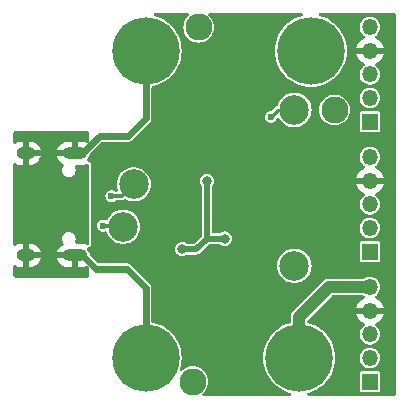
<source format=gbr>
%TF.GenerationSoftware,KiCad,Pcbnew,7.0.10*%
%TF.CreationDate,2024-02-15T00:45:20-05:00*%
%TF.ProjectId,USB-C-3-way-splitter,5553422d-432d-4332-9d77-61792d73706c,rev?*%
%TF.SameCoordinates,Original*%
%TF.FileFunction,Copper,L2,Bot*%
%TF.FilePolarity,Positive*%
%FSLAX46Y46*%
G04 Gerber Fmt 4.6, Leading zero omitted, Abs format (unit mm)*
G04 Created by KiCad (PCBNEW 7.0.10) date 2024-02-15 00:45:20*
%MOMM*%
%LPD*%
G01*
G04 APERTURE LIST*
%TA.AperFunction,SMDPad,CuDef*%
%ADD10C,2.500000*%
%TD*%
%TA.AperFunction,WasherPad*%
%ADD11C,2.286000*%
%TD*%
%TA.AperFunction,ComponentPad*%
%ADD12R,1.350000X1.350000*%
%TD*%
%TA.AperFunction,ComponentPad*%
%ADD13O,1.350000X1.350000*%
%TD*%
%TA.AperFunction,ComponentPad*%
%ADD14C,5.700000*%
%TD*%
%TA.AperFunction,ComponentPad*%
%ADD15O,2.100000X1.000000*%
%TD*%
%TA.AperFunction,ComponentPad*%
%ADD16O,1.600000X1.000000*%
%TD*%
%TA.AperFunction,ViaPad*%
%ADD17C,0.600000*%
%TD*%
%TA.AperFunction,ViaPad*%
%ADD18C,0.800000*%
%TD*%
%TA.AperFunction,Conductor*%
%ADD19C,0.250000*%
%TD*%
%TA.AperFunction,Conductor*%
%ADD20C,0.300000*%
%TD*%
%TA.AperFunction,Conductor*%
%ADD21C,0.500000*%
%TD*%
%TA.AperFunction,Conductor*%
%ADD22C,0.600000*%
%TD*%
%TA.AperFunction,Conductor*%
%ADD23C,1.000000*%
%TD*%
G04 APERTURE END LIST*
D10*
%TO.P,TP4,1,1*%
%TO.N,+1V2*%
X22600000Y-5200000D03*
%TD*%
%TO.P,TP3,1,1*%
%TO.N,EN*%
X22600000Y8000000D03*
%TD*%
%TO.P,TP2,1,1*%
%TO.N,CC2*%
X8100000Y-1900000D03*
%TD*%
%TO.P,TP1,1,1*%
%TO.N,CC1*%
X9000000Y1700000D03*
%TD*%
D11*
%TO.P,H7,*%
%TO.N,*%
X26000000Y8000000D03*
%TD*%
%TO.P,H6,*%
%TO.N,*%
X14000000Y-15000000D03*
%TD*%
%TO.P,H5,*%
%TO.N,*%
X14500000Y15000000D03*
%TD*%
D12*
%TO.P,J2,1,Pin_1*%
%TO.N,+5V*%
X29000000Y-15000000D03*
D13*
%TO.P,J2,2,Pin_2*%
%TO.N,Net-(J2-Pin_2)*%
X29000000Y-13000000D03*
%TO.P,J2,3,Pin_3*%
X29000000Y-11000000D03*
%TO.P,J2,4,Pin_4*%
%TO.N,GND*%
X29000000Y-9000000D03*
%TO.P,J2,5,Pin_5*%
%TO.N,GNDPWR*%
X29000000Y-7000000D03*
%TD*%
D12*
%TO.P,J4,1,Pin_1*%
%TO.N,+5V*%
X29000000Y7000000D03*
D13*
%TO.P,J4,2,Pin_2*%
%TO.N,Net-(J4-Pin_2)*%
X29000000Y9000000D03*
%TO.P,J4,3,Pin_3*%
X29000000Y11000000D03*
%TO.P,J4,4,Pin_4*%
%TO.N,GND*%
X29000000Y13000000D03*
%TO.P,J4,5,Pin_5*%
%TO.N,GNDPWR*%
X29000000Y15000000D03*
%TD*%
D14*
%TO.P,H3,1,1*%
%TO.N,GNDPWR*%
X10000000Y-13000000D03*
%TD*%
%TO.P,H2,1,1*%
%TO.N,GNDPWR*%
X24000000Y13000000D03*
%TD*%
D12*
%TO.P,J3,1,Pin_1*%
%TO.N,+5V*%
X29000000Y-4000000D03*
D13*
%TO.P,J3,2,Pin_2*%
%TO.N,Net-(J3-Pin_2)*%
X29000000Y-2000000D03*
%TO.P,J3,3,Pin_3*%
X29000000Y0D03*
%TO.P,J3,4,Pin_4*%
%TO.N,GND*%
X29000000Y2000000D03*
%TO.P,J3,5,Pin_5*%
%TO.N,GNDPWR*%
X29000000Y4000000D03*
%TD*%
D14*
%TO.P,H1,1,1*%
%TO.N,GNDPWR*%
X10000000Y13000000D03*
%TD*%
D15*
%TO.P,J1,S1,SHIELD*%
%TO.N,GNDPWR*%
X4030000Y4320000D03*
D16*
X-150000Y4320000D03*
D15*
X4030000Y-4320000D03*
D16*
X-150000Y-4320000D03*
%TD*%
D14*
%TO.P,H4,1,1*%
%TO.N,GNDPWR*%
X23000000Y-13000000D03*
%TD*%
D17*
%TO.N,+1V2*%
X22200000Y-6000000D03*
%TO.N,EN*%
X20600000Y7400000D03*
%TO.N,CC2*%
X6400000Y-1800000D03*
%TO.N,CC1*%
X7100000Y700000D03*
D18*
%TO.N,GND*%
X13500000Y-7000000D03*
X14500000Y7500000D03*
X6500000Y-4500000D03*
X6500000Y3500000D03*
X17000000Y7000000D03*
X18000000Y7000000D03*
X6500000Y4500000D03*
X17000000Y-11000000D03*
X23000000Y-1000000D03*
X6500000Y-3500000D03*
X19000000Y-8500000D03*
X9500000Y4500000D03*
X10000000Y-3000000D03*
%TO.N,VBUS*%
X15200000Y2000000D03*
X16700000Y-2900000D03*
X13100000Y-3800000D03*
%TD*%
D19*
%TO.N,EN*%
X21200000Y8000000D02*
X20600000Y7400000D01*
X22600000Y8000000D02*
X21200000Y8000000D01*
D20*
%TO.N,CC2*%
X8000000Y-1800000D02*
X8100000Y-1900000D01*
X6400000Y-1800000D02*
X8000000Y-1800000D01*
%TO.N,CC1*%
X7100000Y700000D02*
X8000000Y700000D01*
X8000000Y700000D02*
X9000000Y1700000D01*
D21*
%TO.N,VBUS*%
X13100000Y-3800000D02*
X14300000Y-3800000D01*
X16700000Y-2900000D02*
X15200000Y-2900000D01*
X14300000Y-3800000D02*
X15200000Y-2900000D01*
X15200000Y-2900000D02*
X15200000Y2000000D01*
D22*
%TO.N,GNDPWR*%
X8400000Y-5500000D02*
X10000000Y-7100000D01*
X10000000Y13000000D02*
X10000000Y7300000D01*
X5800000Y-5500000D02*
X8400000Y-5500000D01*
X4620000Y4320000D02*
X4030000Y4320000D01*
X6100000Y5800000D02*
X4620000Y4320000D01*
X8500000Y5800000D02*
X6100000Y5800000D01*
X10000000Y-7100000D02*
X10000000Y-13000000D01*
D23*
X25500000Y-7000000D02*
X23000000Y-9500000D01*
X29000000Y-7000000D02*
X25500000Y-7000000D01*
D22*
X10000000Y7300000D02*
X8500000Y5800000D01*
X4030000Y-4320000D02*
X4620000Y-4320000D01*
D23*
X23000000Y-9500000D02*
X23000000Y-13000000D01*
D22*
X4620000Y-4320000D02*
X5800000Y-5500000D01*
%TD*%
%TA.AperFunction,Conductor*%
%TO.N,GND*%
G36*
X6000000Y-1497339D02*
G01*
X5974623Y-1526626D01*
X5974622Y-1526628D01*
X5914834Y-1657543D01*
X5894353Y-1800000D01*
X5914834Y-1942456D01*
X5974622Y-2073371D01*
X5974623Y-2073373D01*
X6000000Y-2102659D01*
X6000000Y-4982270D01*
X5991637Y-4979815D01*
X5970995Y-4963181D01*
X5315973Y-4308159D01*
X5282488Y-4246836D01*
X5280557Y-4235419D01*
X5280500Y-4234955D01*
X5280500Y-4234944D01*
X5239790Y-4069775D01*
X5213666Y-4020000D01*
X5160736Y-3919150D01*
X5082437Y-3830769D01*
X5052716Y-3767536D01*
X5061900Y-3698272D01*
X5107072Y-3644969D01*
X5154975Y-3626830D01*
X5154875Y-3626257D01*
X5156734Y-3625930D01*
X5156758Y-3625927D01*
X5181373Y-3620835D01*
X5262085Y-3577825D01*
X5314889Y-3532070D01*
X5332843Y-3514479D01*
X5377490Y-3434662D01*
X5397175Y-3367623D01*
X5405500Y-3309725D01*
X5405500Y3309770D01*
X5405500Y3309776D01*
X5404143Y3324644D01*
X5402108Y3346955D01*
X5393988Y3391089D01*
X5393255Y3394871D01*
X5355538Y3478188D01*
X5355536Y3478190D01*
X5355535Y3478193D01*
X5313300Y3533808D01*
X5313280Y3533833D01*
X5310369Y3537215D01*
X5296884Y3552882D01*
X5220110Y3602581D01*
X5154479Y3626546D01*
X5140764Y3630621D01*
X5082111Y3668586D01*
X5053292Y3732236D01*
X5063461Y3801362D01*
X5083272Y3831711D01*
X5160733Y3919147D01*
X5160735Y3919149D01*
X5239789Y4069773D01*
X5239790Y4069775D01*
X5280500Y4234944D01*
X5280500Y4234955D01*
X5280557Y4235419D01*
X5280697Y4235745D01*
X5282295Y4242227D01*
X5283372Y4241961D01*
X5308176Y4299598D01*
X5315973Y4308159D01*
X6000000Y4992186D01*
X6000000Y-1497339D01*
G37*
%TD.AperFunction*%
%TD*%
%TA.AperFunction,Conductor*%
%TO.N,GNDPWR*%
G36*
X5143039Y6179815D02*
G01*
X5188794Y6127011D01*
X5200000Y6075500D01*
X5200000Y5330274D01*
X5180315Y5263235D01*
X5127511Y5217480D01*
X5058353Y5207536D01*
X5027099Y5216323D01*
X4880905Y5279060D01*
X4681690Y5320000D01*
X4280000Y5320000D01*
X4280000Y4620000D01*
X3780000Y4620000D01*
X3780000Y5320000D01*
X3429287Y5320000D01*
X3277661Y5304581D01*
X3083618Y5243700D01*
X3083608Y5243695D01*
X2905784Y5144994D01*
X2905783Y5144994D01*
X2751469Y5012521D01*
X2751468Y5012520D01*
X2626981Y4851695D01*
X2537411Y4669093D01*
X2511754Y4570000D01*
X3313889Y4570000D01*
X3274390Y4545543D01*
X3206799Y4456038D01*
X3176105Y4348160D01*
X3186454Y4236479D01*
X3236448Y4136078D01*
X3308931Y4070000D01*
X2506634Y4070000D01*
X2506931Y4068053D01*
X2506933Y4068047D01*
X2577562Y3877342D01*
X2577565Y3877335D01*
X2685149Y3704732D01*
X2825264Y3557331D01*
X2825266Y3557330D01*
X2992197Y3441142D01*
X2992201Y3441140D01*
X2996293Y3439384D01*
X3050133Y3394852D01*
X3071349Y3328281D01*
X3053207Y3260808D01*
X3045768Y3249965D01*
X2993808Y3182250D01*
X2993806Y3182246D01*
X2935416Y3041280D01*
X2935415Y3041278D01*
X2915500Y2890001D01*
X2915500Y2889998D01*
X2935415Y2738721D01*
X2935416Y2738719D01*
X2993806Y2597752D01*
X3086696Y2476696D01*
X3207752Y2383806D01*
X3348719Y2325416D01*
X3348721Y2325415D01*
X3462019Y2310500D01*
X3462020Y2310500D01*
X3537981Y2310500D01*
X3651278Y2325415D01*
X3651280Y2325416D01*
X3792247Y2383806D01*
X3792250Y2383808D01*
X3913304Y2476696D01*
X4006192Y2597750D01*
X4064584Y2738720D01*
X4084500Y2890000D01*
X4064584Y3041280D01*
X4020151Y3148548D01*
X4012683Y3218016D01*
X4043958Y3280496D01*
X4104047Y3316148D01*
X4134713Y3320000D01*
X4630713Y3320000D01*
X4782338Y3335418D01*
X4976381Y3396299D01*
X4976393Y3396304D01*
X5015824Y3418190D01*
X5083993Y3433512D01*
X5149624Y3409547D01*
X5191880Y3353904D01*
X5200000Y3309770D01*
X5200000Y-3309725D01*
X5180315Y-3376764D01*
X5127511Y-3422519D01*
X5058353Y-3432463D01*
X5027100Y-3423676D01*
X4880907Y-3360940D01*
X4681690Y-3320000D01*
X4134713Y-3320000D01*
X4067674Y-3300315D01*
X4021919Y-3247511D01*
X4011975Y-3178353D01*
X4020152Y-3148547D01*
X4064584Y-3041280D01*
X4084500Y-2890000D01*
X4064584Y-2738720D01*
X4006192Y-2597750D01*
X3913304Y-2476696D01*
X3792250Y-2383808D01*
X3792249Y-2383807D01*
X3792247Y-2383806D01*
X3651280Y-2325416D01*
X3651278Y-2325415D01*
X3537981Y-2310500D01*
X3537980Y-2310500D01*
X3462020Y-2310500D01*
X3462019Y-2310500D01*
X3348721Y-2325415D01*
X3348719Y-2325416D01*
X3207752Y-2383806D01*
X3086696Y-2476696D01*
X2993806Y-2597752D01*
X2935416Y-2738719D01*
X2935415Y-2738721D01*
X2915500Y-2889998D01*
X2915500Y-2890001D01*
X2935415Y-3041278D01*
X2935416Y-3041280D01*
X2992193Y-3178353D01*
X2993808Y-3182250D01*
X3048265Y-3253219D01*
X3073458Y-3318386D01*
X3059420Y-3386831D01*
X3010606Y-3436821D01*
X3010066Y-3437122D01*
X2905792Y-3494999D01*
X2905783Y-3495005D01*
X2751469Y-3627478D01*
X2751468Y-3627479D01*
X2626981Y-3788304D01*
X2537411Y-3970906D01*
X2511754Y-4070000D01*
X3313889Y-4070000D01*
X3274390Y-4094457D01*
X3206799Y-4183962D01*
X3176105Y-4291840D01*
X3186454Y-4403521D01*
X3236448Y-4503922D01*
X3308931Y-4570000D01*
X2506634Y-4570000D01*
X2506931Y-4571946D01*
X2506933Y-4571952D01*
X2577562Y-4762657D01*
X2577565Y-4762664D01*
X2685149Y-4935267D01*
X2825264Y-5082668D01*
X2825266Y-5082669D01*
X2992195Y-5198856D01*
X3179092Y-5279059D01*
X3378310Y-5320000D01*
X3780000Y-5320000D01*
X3780000Y-4620000D01*
X4280000Y-4620000D01*
X4280000Y-5320000D01*
X4630713Y-5320000D01*
X4782338Y-5304581D01*
X4976381Y-5243700D01*
X4976391Y-5243695D01*
X5015822Y-5221810D01*
X5083991Y-5206487D01*
X5149622Y-5230450D01*
X5191879Y-5286093D01*
X5200000Y-5330229D01*
X5200000Y-6075500D01*
X5180315Y-6142539D01*
X5127511Y-6188294D01*
X5076000Y-6199500D01*
X-990243Y-6199500D01*
X-1009638Y-6197973D01*
X-1025888Y-6195399D01*
X-1042250Y-6192808D01*
X-1079144Y-6180821D01*
X-1099762Y-6170316D01*
X-1131150Y-6147511D01*
X-1147511Y-6131150D01*
X-1170316Y-6099762D01*
X-1180821Y-6079144D01*
X-1192808Y-6042250D01*
X-1197973Y-6009642D01*
X-1199500Y-5990243D01*
X-1199500Y-5254096D01*
X-1179815Y-5187057D01*
X-1127011Y-5141302D01*
X-1057853Y-5131358D01*
X-1004662Y-5152322D01*
X-937805Y-5198855D01*
X-750907Y-5279059D01*
X-551690Y-5320000D01*
X-400000Y-5320000D01*
X-400000Y-4620000D01*
X100000Y-4620000D01*
X100000Y-5320000D01*
X200713Y-5320000D01*
X352338Y-5304581D01*
X546381Y-5243700D01*
X546391Y-5243695D01*
X724215Y-5144994D01*
X724216Y-5144994D01*
X878530Y-5012521D01*
X878531Y-5012520D01*
X1003018Y-4851695D01*
X1092588Y-4669093D01*
X1118246Y-4570000D01*
X316111Y-4570000D01*
X355610Y-4545543D01*
X423201Y-4456038D01*
X453895Y-4348160D01*
X443546Y-4236479D01*
X393552Y-4136078D01*
X321069Y-4070000D01*
X1123366Y-4070000D01*
X1123068Y-4068053D01*
X1123066Y-4068047D01*
X1052437Y-3877342D01*
X1052434Y-3877335D01*
X944850Y-3704732D01*
X804735Y-3557331D01*
X804733Y-3557330D01*
X637804Y-3441143D01*
X450907Y-3360940D01*
X251690Y-3320000D01*
X100000Y-3320000D01*
X100000Y-4020000D01*
X-400000Y-4020000D01*
X-400000Y-3320000D01*
X-500713Y-3320000D01*
X-652338Y-3335418D01*
X-846381Y-3396299D01*
X-846396Y-3396306D01*
X-1015323Y-3490068D01*
X-1083491Y-3505391D01*
X-1149123Y-3481427D01*
X-1191380Y-3425784D01*
X-1199500Y-3381649D01*
X-1199500Y3385903D01*
X-1179815Y3452942D01*
X-1127011Y3498697D01*
X-1057853Y3508641D01*
X-1004663Y3487678D01*
X-937804Y3441143D01*
X-750907Y3360940D01*
X-551690Y3320000D01*
X-400000Y3320000D01*
X-400000Y4020000D01*
X100000Y4020000D01*
X100000Y3320000D01*
X200713Y3320000D01*
X352338Y3335418D01*
X546381Y3396299D01*
X546391Y3396304D01*
X724215Y3495005D01*
X724216Y3495005D01*
X878530Y3627478D01*
X878531Y3627479D01*
X1003018Y3788304D01*
X1092588Y3970906D01*
X1118246Y4070000D01*
X316111Y4070000D01*
X355610Y4094457D01*
X423201Y4183962D01*
X453895Y4291840D01*
X443546Y4403521D01*
X393552Y4503922D01*
X321069Y4570000D01*
X1123366Y4570000D01*
X1123068Y4571946D01*
X1123066Y4571952D01*
X1052437Y4762657D01*
X1052434Y4762664D01*
X944850Y4935267D01*
X804735Y5082668D01*
X804733Y5082669D01*
X637804Y5198856D01*
X450907Y5279059D01*
X251690Y5320000D01*
X100000Y5320000D01*
X100000Y4620000D01*
X-400000Y4620000D01*
X-400000Y5320000D01*
X-500713Y5320000D01*
X-652338Y5304581D01*
X-846381Y5243700D01*
X-846391Y5243695D01*
X-1015322Y5149931D01*
X-1083491Y5134608D01*
X-1149122Y5158572D01*
X-1191379Y5214214D01*
X-1199500Y5258350D01*
X-1199500Y5990244D01*
X-1197973Y6009643D01*
X-1192808Y6042251D01*
X-1180820Y6079147D01*
X-1170315Y6099764D01*
X-1147511Y6131150D01*
X-1131150Y6147511D01*
X-1099762Y6170316D01*
X-1079144Y6180821D01*
X-1042250Y6192808D01*
X-1025888Y6195399D01*
X-1009638Y6197973D01*
X-990243Y6199500D01*
X5076000Y6199500D01*
X5143039Y6179815D01*
G37*
%TD.AperFunction*%
%TD*%
%TA.AperFunction,Conductor*%
%TO.N,GND*%
G36*
X13634498Y16179815D02*
G01*
X13680253Y16127011D01*
X13690197Y16057853D01*
X13661172Y15994297D01*
X13655140Y15987819D01*
X13503492Y15836171D01*
X13503487Y15836165D01*
X13373433Y15650429D01*
X13373431Y15650425D01*
X13277601Y15444917D01*
X13277600Y15444913D01*
X13277598Y15444909D01*
X13218914Y15225895D01*
X13218912Y15225885D01*
X13199150Y15000000D01*
X13199150Y14999999D01*
X13218912Y14774114D01*
X13218914Y14774104D01*
X13277598Y14555090D01*
X13277602Y14555081D01*
X13373431Y14349574D01*
X13373433Y14349570D01*
X13503487Y14163834D01*
X13503492Y14163828D01*
X13663828Y14003492D01*
X13663834Y14003487D01*
X13849570Y13873433D01*
X13849574Y13873431D01*
X14055081Y13777602D01*
X14055090Y13777598D01*
X14274104Y13718914D01*
X14274114Y13718912D01*
X14499999Y13699150D01*
X14500000Y13699150D01*
X14500001Y13699150D01*
X14725885Y13718912D01*
X14725895Y13718914D01*
X14944909Y13777598D01*
X14944913Y13777600D01*
X14944917Y13777601D01*
X15150425Y13873431D01*
X15150429Y13873433D01*
X15336165Y14003487D01*
X15336171Y14003492D01*
X15496507Y14163828D01*
X15496512Y14163834D01*
X15626566Y14349570D01*
X15626568Y14349574D01*
X15626569Y14349575D01*
X15722399Y14555083D01*
X15781087Y14774110D01*
X15800850Y15000000D01*
X15781087Y15225890D01*
X15722399Y15444917D01*
X15626569Y15650425D01*
X15496509Y15836170D01*
X15344860Y15987819D01*
X15311375Y16049142D01*
X15316359Y16118834D01*
X15358231Y16174767D01*
X15423695Y16199184D01*
X15432541Y16199500D01*
X23208196Y16199500D01*
X23275235Y16179815D01*
X23320990Y16127011D01*
X23330934Y16057853D01*
X23301909Y15994297D01*
X23243131Y15956523D01*
X23242530Y15956347D01*
X22990896Y15883853D01*
X22674352Y15752736D01*
X22374479Y15587002D01*
X22174230Y15444918D01*
X22095040Y15388730D01*
X21839573Y15160429D01*
X21839570Y15160426D01*
X21611269Y14904959D01*
X21548836Y14816967D01*
X21412998Y14625521D01*
X21247264Y14325648D01*
X21116147Y14009104D01*
X21116146Y14009101D01*
X21116146Y14009100D01*
X21021297Y13679875D01*
X21021295Y13679866D01*
X20963905Y13342093D01*
X20963903Y13342081D01*
X20944693Y13000000D01*
X20963903Y12657918D01*
X20963905Y12657906D01*
X21021295Y12320133D01*
X21021297Y12320124D01*
X21054460Y12205014D01*
X21116147Y11990896D01*
X21136758Y11941137D01*
X21247263Y11674353D01*
X21412998Y11374478D01*
X21611269Y11095040D01*
X21839570Y10839573D01*
X21839573Y10839570D01*
X22095040Y10611269D01*
X22374478Y10412998D01*
X22674353Y10247263D01*
X22878350Y10162765D01*
X22990896Y10116147D01*
X22990897Y10116146D01*
X22990899Y10116146D01*
X23320124Y10021297D01*
X23320133Y10021295D01*
X23657906Y9963905D01*
X23657918Y9963903D01*
X24000000Y9944693D01*
X24342081Y9963903D01*
X24342093Y9963905D01*
X24679866Y10021295D01*
X24679875Y10021297D01*
X24924479Y10091766D01*
X25009104Y10116147D01*
X25325648Y10247264D01*
X25625521Y10412998D01*
X25904953Y10611265D01*
X25904959Y10611269D01*
X26160426Y10839570D01*
X26160429Y10839573D01*
X26388730Y11095040D01*
X26451161Y11183029D01*
X26587002Y11374479D01*
X26752736Y11674352D01*
X26883853Y11990896D01*
X26978704Y12320130D01*
X27036096Y12657914D01*
X27055307Y13000000D01*
X27041267Y13250000D01*
X27849494Y13250000D01*
X28684314Y13250000D01*
X28672359Y13238045D01*
X28614835Y13125148D01*
X28595014Y13000000D01*
X28614835Y12874852D01*
X28672359Y12761955D01*
X28684314Y12750000D01*
X27849495Y12750000D01*
X27899651Y12573719D01*
X27996715Y12378791D01*
X28127945Y12205014D01*
X28288868Y12058314D01*
X28474012Y11943677D01*
X28474020Y11943673D01*
X28480568Y11941137D01*
X28535968Y11898562D01*
X28559556Y11832795D01*
X28543843Y11764715D01*
X28508655Y11725194D01*
X28438677Y11674352D01*
X28410950Y11654207D01*
X28287805Y11517440D01*
X28287804Y11517438D01*
X28195786Y11358059D01*
X28195783Y11358053D01*
X28140250Y11187137D01*
X28138915Y11183029D01*
X28119678Y11000000D01*
X28138915Y10816971D01*
X28138915Y10816968D01*
X28138916Y10816967D01*
X28195783Y10641946D01*
X28195786Y10641940D01*
X28287804Y10482561D01*
X28410949Y10345793D01*
X28410951Y10345791D01*
X28559834Y10237621D01*
X28559839Y10237619D01*
X28727961Y10162765D01*
X28727966Y10162763D01*
X28907981Y10124500D01*
X29092019Y10124500D01*
X29272033Y10162763D01*
X29272038Y10162765D01*
X29379112Y10210438D01*
X29440161Y10237619D01*
X29440162Y10237619D01*
X29440165Y10237621D01*
X29589048Y10345791D01*
X29589050Y10345793D01*
X29649561Y10412998D01*
X29712195Y10482560D01*
X29804214Y10641941D01*
X29861085Y10816971D01*
X29880322Y11000000D01*
X29861085Y11183029D01*
X29804214Y11358059D01*
X29712195Y11517440D01*
X29589050Y11654207D01*
X29491343Y11725194D01*
X29448678Y11780523D01*
X29442699Y11850137D01*
X29475304Y11911932D01*
X29519434Y11941138D01*
X29525979Y11943673D01*
X29525987Y11943677D01*
X29711130Y12058314D01*
X29711131Y12058314D01*
X29872054Y12205014D01*
X30003284Y12378791D01*
X30100348Y12573719D01*
X30150505Y12750000D01*
X29315686Y12750000D01*
X29327641Y12761955D01*
X29385165Y12874852D01*
X29404986Y13000000D01*
X29385165Y13125148D01*
X29327641Y13238045D01*
X29315686Y13250000D01*
X30150505Y13250000D01*
X30100348Y13426280D01*
X30003284Y13621208D01*
X29872054Y13794985D01*
X29711131Y13941685D01*
X29525987Y14056322D01*
X29519443Y14058857D01*
X29464038Y14101426D01*
X29440444Y14167192D01*
X29456150Y14235273D01*
X29491343Y14274805D01*
X29561320Y14325646D01*
X29589050Y14345793D01*
X29712195Y14482560D01*
X29804214Y14641941D01*
X29861085Y14816971D01*
X29880322Y15000000D01*
X29861085Y15183029D01*
X29804214Y15358059D01*
X29712195Y15517440D01*
X29589050Y15654207D01*
X29440161Y15762381D01*
X29272034Y15837236D01*
X29092019Y15875500D01*
X28907981Y15875500D01*
X28727966Y15837236D01*
X28727961Y15837234D01*
X28725560Y15836165D01*
X28559839Y15762381D01*
X28559835Y15762378D01*
X28559834Y15762378D01*
X28410951Y15654208D01*
X28410950Y15654207D01*
X28287805Y15517440D01*
X28287804Y15517438D01*
X28195786Y15358059D01*
X28195783Y15358053D01*
X28152843Y15225895D01*
X28138915Y15183029D01*
X28119678Y15000000D01*
X28138915Y14816971D01*
X28138915Y14816968D01*
X28138916Y14816967D01*
X28195783Y14641946D01*
X28195786Y14641940D01*
X28287804Y14482561D01*
X28410948Y14345794D01*
X28508656Y14274805D01*
X28551321Y14219474D01*
X28557300Y14149861D01*
X28524694Y14088066D01*
X28480559Y14058859D01*
X28474020Y14056326D01*
X28474012Y14056322D01*
X28288869Y13941685D01*
X28288868Y13941685D01*
X28127945Y13794985D01*
X27996715Y13621208D01*
X27899651Y13426280D01*
X27849494Y13250000D01*
X27041267Y13250000D01*
X27036096Y13342086D01*
X26978704Y13679870D01*
X26883853Y14009104D01*
X26752736Y14325648D01*
X26587002Y14625521D01*
X26388735Y14904953D01*
X26160428Y15160428D01*
X25939286Y15358053D01*
X25904959Y15388730D01*
X25904957Y15388731D01*
X25904953Y15388735D01*
X25625521Y15587002D01*
X25325648Y15752736D01*
X25009104Y15883853D01*
X24757475Y15956346D01*
X24698506Y15993820D01*
X24669158Y16057227D01*
X24678748Y16126436D01*
X24724233Y16179472D01*
X24791172Y16199498D01*
X24791804Y16199500D01*
X30952405Y16199500D01*
X30990244Y16199500D01*
X31009638Y16197973D01*
X31029663Y16194801D01*
X31042251Y16192808D01*
X31079146Y16180820D01*
X31099765Y16170314D01*
X31131151Y16147510D01*
X31147510Y16131151D01*
X31170314Y16099765D01*
X31180820Y16079146D01*
X31192808Y16042251D01*
X31197973Y16009644D01*
X31199500Y15990244D01*
X31199500Y-15990244D01*
X31197973Y-16009644D01*
X31192808Y-16042251D01*
X31180820Y-16079146D01*
X31170314Y-16099765D01*
X31147510Y-16131151D01*
X31131151Y-16147510D01*
X31099765Y-16170314D01*
X31079146Y-16180820D01*
X31042251Y-16192808D01*
X31029663Y-16194801D01*
X31009638Y-16197973D01*
X30990244Y-16199500D01*
X23791804Y-16199500D01*
X23724765Y-16179815D01*
X23679010Y-16127011D01*
X23669066Y-16057853D01*
X23698091Y-15994297D01*
X23756869Y-15956523D01*
X23757476Y-15956346D01*
X24009104Y-15883853D01*
X24325648Y-15752736D01*
X24430562Y-15694752D01*
X28124500Y-15694752D01*
X28136131Y-15753229D01*
X28136132Y-15753230D01*
X28180447Y-15819552D01*
X28246769Y-15863867D01*
X28246770Y-15863868D01*
X28305247Y-15875499D01*
X28305250Y-15875500D01*
X28305252Y-15875500D01*
X29694750Y-15875500D01*
X29694751Y-15875499D01*
X29709568Y-15872552D01*
X29753229Y-15863868D01*
X29753229Y-15863867D01*
X29753231Y-15863867D01*
X29819552Y-15819552D01*
X29863867Y-15753231D01*
X29863867Y-15753229D01*
X29863868Y-15753229D01*
X29875499Y-15694752D01*
X29875500Y-15694750D01*
X29875500Y-14305249D01*
X29875499Y-14305247D01*
X29863868Y-14246770D01*
X29863867Y-14246769D01*
X29819552Y-14180447D01*
X29753230Y-14136132D01*
X29753229Y-14136131D01*
X29694752Y-14124500D01*
X29694748Y-14124500D01*
X28305252Y-14124500D01*
X28305247Y-14124500D01*
X28246770Y-14136131D01*
X28246769Y-14136132D01*
X28180447Y-14180447D01*
X28136132Y-14246769D01*
X28136131Y-14246770D01*
X28124500Y-14305247D01*
X28124500Y-15694752D01*
X24430562Y-15694752D01*
X24625521Y-15587002D01*
X24904953Y-15388735D01*
X25160428Y-15160428D01*
X25388735Y-14904953D01*
X25587002Y-14625521D01*
X25752736Y-14325648D01*
X25883853Y-14009104D01*
X25978704Y-13679870D01*
X26036096Y-13342086D01*
X26055307Y-13000000D01*
X28119678Y-13000000D01*
X28138915Y-13183029D01*
X28138916Y-13183032D01*
X28195783Y-13358053D01*
X28195786Y-13358059D01*
X28287805Y-13517440D01*
X28397327Y-13639077D01*
X28410949Y-13654206D01*
X28410951Y-13654208D01*
X28559834Y-13762378D01*
X28559835Y-13762378D01*
X28559839Y-13762381D01*
X28696953Y-13823428D01*
X28727961Y-13837234D01*
X28727966Y-13837236D01*
X28907981Y-13875500D01*
X29092019Y-13875500D01*
X29272034Y-13837236D01*
X29440161Y-13762381D01*
X29589050Y-13654207D01*
X29712195Y-13517440D01*
X29804214Y-13358059D01*
X29861085Y-13183029D01*
X29880322Y-13000000D01*
X29861085Y-12816971D01*
X29824061Y-12703023D01*
X29804216Y-12641946D01*
X29804213Y-12641940D01*
X29712195Y-12482560D01*
X29589050Y-12345793D01*
X29589048Y-12345791D01*
X29440165Y-12237621D01*
X29440162Y-12237619D01*
X29440161Y-12237619D01*
X29374076Y-12208196D01*
X29272038Y-12162765D01*
X29272033Y-12162763D01*
X29092019Y-12124500D01*
X28907981Y-12124500D01*
X28727966Y-12162763D01*
X28727961Y-12162765D01*
X28559839Y-12237619D01*
X28559834Y-12237621D01*
X28410951Y-12345791D01*
X28410949Y-12345793D01*
X28287804Y-12482561D01*
X28195786Y-12641940D01*
X28195783Y-12641946D01*
X28138916Y-12816967D01*
X28138915Y-12816971D01*
X28119678Y-13000000D01*
X26055307Y-13000000D01*
X26036096Y-12657914D01*
X25978704Y-12320130D01*
X25883853Y-11990896D01*
X25752736Y-11674352D01*
X25587002Y-11374479D01*
X25388735Y-11095047D01*
X25388734Y-11095046D01*
X25388730Y-11095040D01*
X25160429Y-10839573D01*
X25160426Y-10839570D01*
X24904959Y-10611269D01*
X24625521Y-10412998D01*
X24325648Y-10247264D01*
X24302363Y-10237619D01*
X24009100Y-10116145D01*
X23790172Y-10053073D01*
X23731202Y-10015598D01*
X23701854Y-9952191D01*
X23700500Y-9933919D01*
X23700500Y-9841519D01*
X23720185Y-9774480D01*
X23736819Y-9753838D01*
X25753838Y-7736819D01*
X25815161Y-7703334D01*
X25841519Y-7700500D01*
X28434377Y-7700500D01*
X28501416Y-7720185D01*
X28507248Y-7724171D01*
X28508652Y-7725192D01*
X28551320Y-7780520D01*
X28557301Y-7850133D01*
X28524697Y-7911929D01*
X28480568Y-7941137D01*
X28474020Y-7943673D01*
X28474012Y-7943677D01*
X28288869Y-8058314D01*
X28288868Y-8058314D01*
X28127945Y-8205014D01*
X27996715Y-8378791D01*
X27899651Y-8573719D01*
X27849494Y-8749999D01*
X27849495Y-8750000D01*
X28684314Y-8750000D01*
X28672359Y-8761955D01*
X28614835Y-8874852D01*
X28595014Y-9000000D01*
X28614835Y-9125148D01*
X28672359Y-9238045D01*
X28684314Y-9250000D01*
X27849495Y-9250000D01*
X27899651Y-9426280D01*
X27996715Y-9621208D01*
X28127945Y-9794985D01*
X28288868Y-9941685D01*
X28474012Y-10056322D01*
X28474020Y-10056326D01*
X28480559Y-10058859D01*
X28535963Y-10101429D01*
X28559555Y-10167195D01*
X28543847Y-10235276D01*
X28508656Y-10274805D01*
X28410948Y-10345794D01*
X28287804Y-10482561D01*
X28195786Y-10641940D01*
X28195783Y-10641946D01*
X28138916Y-10816967D01*
X28138915Y-10816971D01*
X28119678Y-11000000D01*
X28138915Y-11183029D01*
X28138916Y-11183032D01*
X28195783Y-11358053D01*
X28195786Y-11358059D01*
X28287805Y-11517440D01*
X28397327Y-11639077D01*
X28410949Y-11654206D01*
X28410951Y-11654208D01*
X28559834Y-11762378D01*
X28559835Y-11762378D01*
X28559839Y-11762381D01*
X28696953Y-11823428D01*
X28727961Y-11837234D01*
X28727966Y-11837236D01*
X28907981Y-11875500D01*
X29092019Y-11875500D01*
X29272034Y-11837236D01*
X29440161Y-11762381D01*
X29589050Y-11654207D01*
X29712195Y-11517440D01*
X29804214Y-11358059D01*
X29861085Y-11183029D01*
X29880322Y-11000000D01*
X29861085Y-10816971D01*
X29804214Y-10641941D01*
X29712195Y-10482560D01*
X29589050Y-10345793D01*
X29491342Y-10274804D01*
X29448678Y-10219475D01*
X29442699Y-10149862D01*
X29475305Y-10088067D01*
X29519443Y-10058857D01*
X29525987Y-10056322D01*
X29711130Y-9941685D01*
X29711131Y-9941685D01*
X29872054Y-9794985D01*
X30003284Y-9621208D01*
X30100348Y-9426280D01*
X30150505Y-9250000D01*
X29315686Y-9250000D01*
X29327641Y-9238045D01*
X29385165Y-9125148D01*
X29404986Y-9000000D01*
X29385165Y-8874852D01*
X29327641Y-8761955D01*
X29315686Y-8750000D01*
X30150505Y-8750000D01*
X30150505Y-8749999D01*
X30100348Y-8573719D01*
X30003284Y-8378791D01*
X29872054Y-8205014D01*
X29711131Y-8058314D01*
X29525987Y-7943677D01*
X29525979Y-7943673D01*
X29519434Y-7941138D01*
X29464033Y-7898565D01*
X29440443Y-7832798D01*
X29456155Y-7764718D01*
X29491342Y-7725195D01*
X29589050Y-7654207D01*
X29712195Y-7517440D01*
X29804214Y-7358059D01*
X29861085Y-7183029D01*
X29880322Y-7000000D01*
X29861085Y-6816971D01*
X29804214Y-6641941D01*
X29712195Y-6482560D01*
X29589050Y-6345793D01*
X29589048Y-6345791D01*
X29440165Y-6237621D01*
X29440162Y-6237619D01*
X29440161Y-6237619D01*
X29379112Y-6210438D01*
X29272038Y-6162765D01*
X29272033Y-6162763D01*
X29092019Y-6124500D01*
X28907981Y-6124500D01*
X28727966Y-6162763D01*
X28727961Y-6162765D01*
X28559839Y-6237618D01*
X28520880Y-6265923D01*
X28509654Y-6274081D01*
X28507263Y-6275818D01*
X28441456Y-6299298D01*
X28434377Y-6299500D01*
X25524921Y-6299500D01*
X25517433Y-6299274D01*
X25457396Y-6295642D01*
X25457388Y-6295642D01*
X25398227Y-6306483D01*
X25390827Y-6307610D01*
X25331128Y-6314860D01*
X25331121Y-6314861D01*
X25321647Y-6318454D01*
X25300049Y-6324475D01*
X25290068Y-6326305D01*
X25290063Y-6326306D01*
X25235212Y-6350992D01*
X25228296Y-6353857D01*
X25172070Y-6375181D01*
X25172066Y-6375184D01*
X25163723Y-6380942D01*
X25144188Y-6391960D01*
X25134948Y-6396119D01*
X25134938Y-6396124D01*
X25087597Y-6433213D01*
X25081569Y-6437649D01*
X25032068Y-6471819D01*
X24992183Y-6516838D01*
X24987051Y-6522290D01*
X22522290Y-8987051D01*
X22516838Y-8992183D01*
X22471819Y-9032068D01*
X22437649Y-9081569D01*
X22433213Y-9087597D01*
X22396124Y-9134938D01*
X22396119Y-9134948D01*
X22391960Y-9144188D01*
X22380942Y-9163723D01*
X22375187Y-9172061D01*
X22375179Y-9172076D01*
X22353853Y-9228305D01*
X22350989Y-9235220D01*
X22326305Y-9290068D01*
X22324477Y-9300042D01*
X22318453Y-9321653D01*
X22314860Y-9331127D01*
X22314860Y-9331128D01*
X22307610Y-9390827D01*
X22306483Y-9398227D01*
X22295642Y-9457389D01*
X22295642Y-9457395D01*
X22299274Y-9517432D01*
X22299500Y-9524920D01*
X22299500Y-9933919D01*
X22279815Y-10000958D01*
X22227011Y-10046713D01*
X22209828Y-10053073D01*
X21990899Y-10116145D01*
X21674353Y-10247263D01*
X21374478Y-10412998D01*
X21095040Y-10611269D01*
X20839573Y-10839570D01*
X20839570Y-10839573D01*
X20611269Y-11095040D01*
X20412998Y-11374478D01*
X20247263Y-11674353D01*
X20116146Y-11990899D01*
X20021297Y-12320124D01*
X20021295Y-12320133D01*
X19963905Y-12657906D01*
X19963903Y-12657918D01*
X19944693Y-13000000D01*
X19963903Y-13342081D01*
X19963905Y-13342093D01*
X20021295Y-13679866D01*
X20021297Y-13679875D01*
X20077060Y-13873431D01*
X20116147Y-14009104D01*
X20187120Y-14180447D01*
X20238813Y-14305247D01*
X20247264Y-14325648D01*
X20260488Y-14349575D01*
X20412998Y-14625521D01*
X20611269Y-14904959D01*
X20839570Y-15160426D01*
X20839573Y-15160429D01*
X21095040Y-15388730D01*
X21095046Y-15388734D01*
X21095047Y-15388735D01*
X21374479Y-15587002D01*
X21674352Y-15752736D01*
X21990896Y-15883853D01*
X22242524Y-15956346D01*
X22301494Y-15993820D01*
X22330842Y-16057227D01*
X22321252Y-16126436D01*
X22275767Y-16179472D01*
X22208828Y-16199498D01*
X22208196Y-16199500D01*
X14932541Y-16199500D01*
X14865502Y-16179815D01*
X14819747Y-16127011D01*
X14809803Y-16057853D01*
X14838828Y-15994297D01*
X14844860Y-15987819D01*
X14880274Y-15952405D01*
X14996509Y-15836170D01*
X15126569Y-15650425D01*
X15222399Y-15444917D01*
X15281087Y-15225890D01*
X15300850Y-15000000D01*
X15281087Y-14774110D01*
X15222399Y-14555083D01*
X15126569Y-14349575D01*
X15126567Y-14349572D01*
X15126566Y-14349570D01*
X14996512Y-14163834D01*
X14996507Y-14163828D01*
X14836171Y-14003492D01*
X14836165Y-14003487D01*
X14650429Y-13873433D01*
X14650425Y-13873431D01*
X14444917Y-13777601D01*
X14444913Y-13777600D01*
X14444909Y-13777598D01*
X14225895Y-13718914D01*
X14225885Y-13718912D01*
X14000001Y-13699150D01*
X13999999Y-13699150D01*
X13774114Y-13718912D01*
X13774104Y-13718914D01*
X13555090Y-13777598D01*
X13555081Y-13777602D01*
X13349574Y-13873431D01*
X13349570Y-13873433D01*
X13163834Y-14003487D01*
X13163827Y-14003493D01*
X13112734Y-14054586D01*
X13051411Y-14088070D01*
X12981719Y-14083085D01*
X12925786Y-14041214D01*
X12901370Y-13975749D01*
X12905900Y-13932576D01*
X12978704Y-13679870D01*
X13036096Y-13342086D01*
X13055307Y-13000000D01*
X13036096Y-12657914D01*
X12978704Y-12320130D01*
X12883853Y-11990896D01*
X12752736Y-11674352D01*
X12587002Y-11374479D01*
X12388735Y-11095047D01*
X12388734Y-11095046D01*
X12388730Y-11095040D01*
X12160429Y-10839573D01*
X12160426Y-10839570D01*
X11904959Y-10611269D01*
X11625521Y-10412998D01*
X11325648Y-10247264D01*
X11296706Y-10235276D01*
X11258560Y-10219475D01*
X11009104Y-10116147D01*
X10924479Y-10091766D01*
X10679875Y-10021297D01*
X10679871Y-10021296D01*
X10603727Y-10008358D01*
X10540933Y-9977721D01*
X10504670Y-9917998D01*
X10500500Y-9886110D01*
X10500500Y-7167143D01*
X10503334Y-7140785D01*
X10504359Y-7136073D01*
X10500816Y-7086537D01*
X10500500Y-7077690D01*
X10500500Y-7064201D01*
X10498579Y-7050843D01*
X10497633Y-7042045D01*
X10494091Y-6992517D01*
X10492407Y-6988002D01*
X10485850Y-6962312D01*
X10485165Y-6957543D01*
X10464530Y-6912360D01*
X10461155Y-6904212D01*
X10443796Y-6857669D01*
X10440905Y-6853807D01*
X10427379Y-6831010D01*
X10425377Y-6826627D01*
X10392860Y-6789100D01*
X10387306Y-6782207D01*
X10379228Y-6771416D01*
X10379226Y-6771413D01*
X10379221Y-6771407D01*
X10369677Y-6761863D01*
X10363658Y-6755400D01*
X10331128Y-6717857D01*
X10331125Y-6717854D01*
X10327066Y-6715246D01*
X10306428Y-6698614D01*
X8807819Y-5200005D01*
X21144529Y-5200005D01*
X21164379Y-5439559D01*
X21223389Y-5672589D01*
X21319951Y-5892729D01*
X21398931Y-6013616D01*
X21451429Y-6093969D01*
X21614236Y-6270825D01*
X21614239Y-6270827D01*
X21614242Y-6270830D01*
X21803924Y-6418466D01*
X21803930Y-6418470D01*
X21803933Y-6418472D01*
X22015344Y-6532882D01*
X22015347Y-6532883D01*
X22242699Y-6610933D01*
X22242701Y-6610933D01*
X22242703Y-6610934D01*
X22479808Y-6650500D01*
X22479809Y-6650500D01*
X22720191Y-6650500D01*
X22720192Y-6650500D01*
X22957297Y-6610934D01*
X23184656Y-6532882D01*
X23396067Y-6418472D01*
X23585764Y-6270825D01*
X23748571Y-6093969D01*
X23880049Y-5892728D01*
X23976610Y-5672591D01*
X24035620Y-5439563D01*
X24055471Y-5200000D01*
X24054938Y-5193571D01*
X24040128Y-5014835D01*
X24035620Y-4960437D01*
X23976610Y-4727409D01*
X23962285Y-4694752D01*
X28124500Y-4694752D01*
X28136131Y-4753229D01*
X28136132Y-4753230D01*
X28180447Y-4819552D01*
X28246769Y-4863867D01*
X28246770Y-4863868D01*
X28305247Y-4875499D01*
X28305250Y-4875500D01*
X28305252Y-4875500D01*
X29694750Y-4875500D01*
X29694751Y-4875499D01*
X29709568Y-4872552D01*
X29753229Y-4863868D01*
X29753229Y-4863867D01*
X29753231Y-4863867D01*
X29819552Y-4819552D01*
X29863867Y-4753231D01*
X29863867Y-4753229D01*
X29863868Y-4753229D01*
X29875499Y-4694752D01*
X29875500Y-4694750D01*
X29875500Y-3305249D01*
X29875499Y-3305247D01*
X29863868Y-3246770D01*
X29863867Y-3246769D01*
X29819552Y-3180447D01*
X29753230Y-3136132D01*
X29753229Y-3136131D01*
X29694752Y-3124500D01*
X29694748Y-3124500D01*
X28305252Y-3124500D01*
X28305247Y-3124500D01*
X28246770Y-3136131D01*
X28246769Y-3136132D01*
X28180447Y-3180447D01*
X28136132Y-3246769D01*
X28136131Y-3246770D01*
X28124500Y-3305247D01*
X28124500Y-4694752D01*
X23962285Y-4694752D01*
X23880049Y-4507272D01*
X23748571Y-4306031D01*
X23585764Y-4129175D01*
X23585759Y-4129171D01*
X23585757Y-4129169D01*
X23396075Y-3981533D01*
X23396069Y-3981529D01*
X23184657Y-3867118D01*
X23184652Y-3867116D01*
X22957300Y-3789066D01*
X22779468Y-3759391D01*
X22720192Y-3749500D01*
X22479808Y-3749500D01*
X22432387Y-3757413D01*
X22242699Y-3789066D01*
X22015347Y-3867116D01*
X22015342Y-3867118D01*
X21803930Y-3981529D01*
X21803924Y-3981533D01*
X21614242Y-4129169D01*
X21614239Y-4129172D01*
X21451430Y-4306029D01*
X21451427Y-4306033D01*
X21319951Y-4507270D01*
X21223389Y-4727410D01*
X21164379Y-4960440D01*
X21144529Y-5199994D01*
X21144529Y-5200005D01*
X8807819Y-5200005D01*
X8801385Y-5193571D01*
X8784750Y-5172928D01*
X8782145Y-5168874D01*
X8782143Y-5168872D01*
X8744614Y-5136353D01*
X8738147Y-5130333D01*
X8728593Y-5120779D01*
X8717785Y-5112688D01*
X8710904Y-5107144D01*
X8673373Y-5074623D01*
X8673372Y-5074622D01*
X8673367Y-5074619D01*
X8668983Y-5072617D01*
X8646194Y-5059096D01*
X8642331Y-5056204D01*
X8642329Y-5056203D01*
X8595790Y-5038845D01*
X8587622Y-5035461D01*
X8542457Y-5014835D01*
X8542455Y-5014834D01*
X8537682Y-5014148D01*
X8512000Y-5007593D01*
X8507486Y-5005909D01*
X8457946Y-5002365D01*
X8449159Y-5001420D01*
X8435799Y-4999500D01*
X8435797Y-4999500D01*
X8422308Y-4999500D01*
X8413461Y-4999184D01*
X8363929Y-4995641D01*
X8363925Y-4995641D01*
X8359215Y-4996666D01*
X8332857Y-4999500D01*
X6058676Y-4999500D01*
X6000000Y-4982270D01*
X6000000Y-3800001D01*
X12494318Y-3800001D01*
X12514955Y-3956760D01*
X12514956Y-3956762D01*
X12567682Y-4084055D01*
X12575464Y-4102841D01*
X12671718Y-4228282D01*
X12797159Y-4324536D01*
X12943238Y-4385044D01*
X13021619Y-4395363D01*
X13099999Y-4405682D01*
X13100000Y-4405682D01*
X13100001Y-4405682D01*
X13152254Y-4398802D01*
X13256762Y-4385044D01*
X13402841Y-4324536D01*
X13465933Y-4276123D01*
X13531102Y-4250930D01*
X13541419Y-4250500D01*
X14267738Y-4250500D01*
X14281620Y-4251279D01*
X14294421Y-4252722D01*
X14317033Y-4255270D01*
X14317033Y-4255269D01*
X14317035Y-4255270D01*
X14373236Y-4244635D01*
X14377726Y-4243872D01*
X14434287Y-4235348D01*
X14434291Y-4235345D01*
X14442447Y-4232830D01*
X14450469Y-4230024D01*
X14450470Y-4230023D01*
X14450472Y-4230023D01*
X14501088Y-4203270D01*
X14505093Y-4201248D01*
X14556642Y-4176425D01*
X14556643Y-4176423D01*
X14556645Y-4176423D01*
X14563695Y-4171616D01*
X14570534Y-4166567D01*
X14570538Y-4166566D01*
X14610974Y-4126128D01*
X14614260Y-4122962D01*
X14656194Y-4084055D01*
X14656196Y-4084050D01*
X14661987Y-4076790D01*
X14662643Y-4077313D01*
X14672032Y-4065070D01*
X15350284Y-3386819D01*
X15411607Y-3353334D01*
X15437965Y-3350500D01*
X16258581Y-3350500D01*
X16325620Y-3370185D01*
X16334067Y-3376124D01*
X16397157Y-3424535D01*
X16397158Y-3424535D01*
X16397159Y-3424536D01*
X16543238Y-3485044D01*
X16621619Y-3495363D01*
X16699999Y-3505682D01*
X16700000Y-3505682D01*
X16700001Y-3505682D01*
X16764739Y-3497159D01*
X16856762Y-3485044D01*
X17002841Y-3424536D01*
X17128282Y-3328282D01*
X17224536Y-3202841D01*
X17285044Y-3056762D01*
X17305682Y-2900000D01*
X17285044Y-2743238D01*
X17224536Y-2597159D01*
X17128282Y-2471718D01*
X17002841Y-2375464D01*
X16995900Y-2372589D01*
X16856762Y-2314956D01*
X16856760Y-2314955D01*
X16700001Y-2294318D01*
X16699999Y-2294318D01*
X16543239Y-2314955D01*
X16543237Y-2314956D01*
X16397157Y-2375464D01*
X16334067Y-2423876D01*
X16268898Y-2449070D01*
X16258581Y-2449500D01*
X15774500Y-2449500D01*
X15707461Y-2429815D01*
X15661706Y-2377011D01*
X15650500Y-2325500D01*
X15650500Y-2000000D01*
X28119678Y-2000000D01*
X28138915Y-2183029D01*
X28138916Y-2183032D01*
X28195783Y-2358053D01*
X28195786Y-2358059D01*
X28287805Y-2517440D01*
X28359584Y-2597159D01*
X28410949Y-2654206D01*
X28410951Y-2654208D01*
X28559834Y-2762378D01*
X28559835Y-2762378D01*
X28559839Y-2762381D01*
X28696953Y-2823428D01*
X28727961Y-2837234D01*
X28727966Y-2837236D01*
X28907981Y-2875500D01*
X29092019Y-2875500D01*
X29272034Y-2837236D01*
X29440161Y-2762381D01*
X29589050Y-2654207D01*
X29712195Y-2517440D01*
X29804214Y-2358059D01*
X29861085Y-2183029D01*
X29880322Y-2000000D01*
X29861085Y-1816971D01*
X29810224Y-1660437D01*
X29804216Y-1641946D01*
X29804213Y-1641940D01*
X29720728Y-1497340D01*
X29712195Y-1482560D01*
X29589050Y-1345793D01*
X29589048Y-1345791D01*
X29440165Y-1237621D01*
X29440162Y-1237619D01*
X29440161Y-1237619D01*
X29371992Y-1207268D01*
X29272038Y-1162765D01*
X29272033Y-1162763D01*
X29092019Y-1124500D01*
X28907981Y-1124500D01*
X28727966Y-1162763D01*
X28727961Y-1162765D01*
X28559839Y-1237619D01*
X28559834Y-1237621D01*
X28410951Y-1345791D01*
X28410949Y-1345793D01*
X28287804Y-1482561D01*
X28195786Y-1641940D01*
X28195783Y-1641946D01*
X28144429Y-1800000D01*
X28138915Y-1816971D01*
X28119678Y-2000000D01*
X15650500Y-2000000D01*
X15650500Y1558580D01*
X15670185Y1625619D01*
X15676124Y1634066D01*
X15724535Y1697157D01*
X15751375Y1761955D01*
X15785044Y1843238D01*
X15805682Y2000000D01*
X15785044Y2156762D01*
X15746423Y2250000D01*
X27849494Y2250000D01*
X28684314Y2250000D01*
X28672359Y2238045D01*
X28614835Y2125148D01*
X28595014Y2000000D01*
X28614835Y1874852D01*
X28672359Y1761955D01*
X28684314Y1750000D01*
X27849495Y1750000D01*
X27899651Y1573719D01*
X27996715Y1378791D01*
X28127945Y1205014D01*
X28288868Y1058314D01*
X28474012Y943677D01*
X28474020Y943673D01*
X28480568Y941137D01*
X28535968Y898562D01*
X28559556Y832795D01*
X28543843Y764715D01*
X28508655Y725194D01*
X28410951Y654208D01*
X28410950Y654207D01*
X28287805Y517440D01*
X28201019Y367123D01*
X28195786Y358059D01*
X28195783Y358053D01*
X28144267Y199500D01*
X28138915Y183029D01*
X28119678Y0D01*
X28138915Y-183029D01*
X28138916Y-183032D01*
X28195783Y-358053D01*
X28195786Y-358059D01*
X28287805Y-517440D01*
X28397327Y-639077D01*
X28410949Y-654206D01*
X28410951Y-654208D01*
X28559834Y-762378D01*
X28559835Y-762378D01*
X28559839Y-762381D01*
X28696953Y-823428D01*
X28727961Y-837234D01*
X28727966Y-837236D01*
X28907981Y-875500D01*
X29092019Y-875500D01*
X29272034Y-837236D01*
X29440161Y-762381D01*
X29589050Y-654207D01*
X29712195Y-517440D01*
X29804214Y-358059D01*
X29861085Y-183029D01*
X29880322Y0D01*
X29861085Y183029D01*
X29804214Y358059D01*
X29712195Y517440D01*
X29589050Y654207D01*
X29491343Y725194D01*
X29448678Y780523D01*
X29442699Y850137D01*
X29475304Y911932D01*
X29519434Y941138D01*
X29525979Y943673D01*
X29525987Y943677D01*
X29711130Y1058314D01*
X29711131Y1058314D01*
X29872054Y1205014D01*
X30003284Y1378791D01*
X30100348Y1573719D01*
X30150505Y1750000D01*
X29315686Y1750000D01*
X29327641Y1761955D01*
X29385165Y1874852D01*
X29404986Y2000000D01*
X29385165Y2125148D01*
X29327641Y2238045D01*
X29315686Y2250000D01*
X30150505Y2250000D01*
X30100348Y2426280D01*
X30003284Y2621208D01*
X29872054Y2794985D01*
X29711131Y2941685D01*
X29525987Y3056322D01*
X29519443Y3058857D01*
X29464038Y3101426D01*
X29440444Y3167192D01*
X29456150Y3235273D01*
X29491343Y3274805D01*
X29589051Y3345794D01*
X29601316Y3359416D01*
X29712195Y3482560D01*
X29804214Y3641941D01*
X29861085Y3816971D01*
X29880322Y4000000D01*
X29861085Y4183029D01*
X29804214Y4358059D01*
X29712195Y4517440D01*
X29589050Y4654207D01*
X29440161Y4762381D01*
X29272034Y4837236D01*
X29092019Y4875500D01*
X28907981Y4875500D01*
X28727966Y4837236D01*
X28727961Y4837234D01*
X28696953Y4823428D01*
X28559839Y4762381D01*
X28559835Y4762378D01*
X28559834Y4762378D01*
X28410951Y4654208D01*
X28410950Y4654207D01*
X28287805Y4517440D01*
X28287804Y4517438D01*
X28195786Y4358059D01*
X28195783Y4358053D01*
X28140250Y4187137D01*
X28138915Y4183029D01*
X28119678Y4000000D01*
X28138915Y3816971D01*
X28138915Y3816968D01*
X28138916Y3816967D01*
X28195783Y3641946D01*
X28195786Y3641940D01*
X28287804Y3482561D01*
X28410948Y3345794D01*
X28508656Y3274805D01*
X28551321Y3219474D01*
X28557300Y3149861D01*
X28524694Y3088066D01*
X28480559Y3058859D01*
X28474020Y3056326D01*
X28474012Y3056322D01*
X28288869Y2941685D01*
X28288868Y2941685D01*
X28127945Y2794985D01*
X27996715Y2621208D01*
X27899651Y2426280D01*
X27849494Y2250000D01*
X15746423Y2250000D01*
X15724536Y2302841D01*
X15628282Y2428282D01*
X15502841Y2524536D01*
X15356762Y2585044D01*
X15252254Y2598802D01*
X15200001Y2605682D01*
X15199999Y2605682D01*
X15121619Y2595363D01*
X15043238Y2585044D01*
X14897159Y2524536D01*
X14771718Y2428282D01*
X14675464Y2302841D01*
X14675463Y2302839D01*
X14614956Y2156762D01*
X14614955Y2156760D01*
X14594318Y2000001D01*
X14594318Y1999998D01*
X14614955Y1843239D01*
X14614956Y1843237D01*
X14675464Y1697157D01*
X14723876Y1634066D01*
X14749070Y1568896D01*
X14749500Y1558580D01*
X14749500Y-2662035D01*
X14729815Y-2729074D01*
X14713181Y-2749716D01*
X14149716Y-3313181D01*
X14088393Y-3346666D01*
X14062035Y-3349500D01*
X13541419Y-3349500D01*
X13474380Y-3329815D01*
X13465933Y-3323876D01*
X13402842Y-3275464D01*
X13256762Y-3214956D01*
X13256760Y-3214955D01*
X13100001Y-3194318D01*
X13099999Y-3194318D01*
X12943239Y-3214955D01*
X12943237Y-3214956D01*
X12797160Y-3275463D01*
X12671718Y-3371718D01*
X12575463Y-3497160D01*
X12514956Y-3643237D01*
X12514955Y-3643239D01*
X12494318Y-3799998D01*
X12494318Y-3800001D01*
X6000000Y-3800001D01*
X6000000Y-2102659D01*
X6068872Y-2182143D01*
X6189947Y-2259953D01*
X6189950Y-2259954D01*
X6189949Y-2259954D01*
X6328036Y-2300499D01*
X6328038Y-2300500D01*
X6328039Y-2300500D01*
X6471961Y-2300500D01*
X6565462Y-2273046D01*
X6635331Y-2273046D01*
X6694109Y-2310820D01*
X6720601Y-2361581D01*
X6723388Y-2372588D01*
X6819951Y-2592729D01*
X6918285Y-2743239D01*
X6951429Y-2793969D01*
X7114236Y-2970825D01*
X7114239Y-2970827D01*
X7114242Y-2970830D01*
X7303924Y-3118466D01*
X7303930Y-3118470D01*
X7303933Y-3118472D01*
X7515344Y-3232882D01*
X7515347Y-3232883D01*
X7742699Y-3310933D01*
X7742701Y-3310933D01*
X7742703Y-3310934D01*
X7979808Y-3350500D01*
X7979809Y-3350500D01*
X8220191Y-3350500D01*
X8220192Y-3350500D01*
X8457297Y-3310934D01*
X8684656Y-3232882D01*
X8896067Y-3118472D01*
X9085764Y-2970825D01*
X9248571Y-2793969D01*
X9380049Y-2592728D01*
X9476610Y-2372591D01*
X9535620Y-2139563D01*
X9555471Y-1900000D01*
X9535620Y-1660437D01*
X9476610Y-1427409D01*
X9380049Y-1207272D01*
X9380046Y-1207268D01*
X9248572Y-1006033D01*
X9248571Y-1006031D01*
X9085764Y-829175D01*
X9085759Y-829171D01*
X9085757Y-829169D01*
X8896075Y-681533D01*
X8896069Y-681529D01*
X8684657Y-567118D01*
X8684652Y-567116D01*
X8457300Y-489066D01*
X8279468Y-459391D01*
X8220192Y-449500D01*
X7979808Y-449500D01*
X7932387Y-457413D01*
X7742699Y-489066D01*
X7515347Y-567116D01*
X7515342Y-567118D01*
X7303930Y-681529D01*
X7303924Y-681533D01*
X7114242Y-829169D01*
X7114239Y-829172D01*
X7114236Y-829174D01*
X7114236Y-829175D01*
X7078294Y-868217D01*
X6951430Y-1006029D01*
X6951427Y-1006033D01*
X6819952Y-1207268D01*
X6786724Y-1283021D01*
X6741767Y-1336506D01*
X6675031Y-1357196D01*
X6619055Y-1341669D01*
X6618115Y-1343729D01*
X6610049Y-1340045D01*
X6471963Y-1299500D01*
X6471961Y-1299500D01*
X6328039Y-1299500D01*
X6328036Y-1299500D01*
X6189949Y-1340045D01*
X6068873Y-1417856D01*
X6068872Y-1417856D01*
X6068872Y-1417857D01*
X6000000Y-1497340D01*
X6000000Y700000D01*
X6594353Y700000D01*
X6614834Y557543D01*
X6674622Y426628D01*
X6674623Y426626D01*
X6742278Y348548D01*
X6766954Y320070D01*
X6768873Y317856D01*
X6889950Y240045D01*
X6889949Y240045D01*
X7028036Y199500D01*
X7028039Y199500D01*
X7171963Y199500D01*
X7310050Y240045D01*
X7431123Y317854D01*
X7431128Y317857D01*
X7431132Y317862D01*
X7432688Y319210D01*
X7434572Y320070D01*
X7438589Y322652D01*
X7438960Y322074D01*
X7496243Y348237D01*
X7513895Y349500D01*
X7950789Y349500D01*
X7976234Y346861D01*
X7985315Y344957D01*
X7985316Y344957D01*
X8014123Y348548D01*
X8027792Y349396D01*
X8029032Y349499D01*
X8029038Y349500D01*
X8029040Y349500D01*
X8048027Y352667D01*
X8053077Y353403D01*
X8101390Y359426D01*
X8108435Y361524D01*
X8115379Y363907D01*
X8115381Y363908D01*
X8158203Y387082D01*
X8162747Y389421D01*
X8206484Y410802D01*
X8206485Y410803D01*
X8215714Y415315D01*
X8217445Y411773D01*
X8264747Y428206D01*
X8329805Y413408D01*
X8415332Y367123D01*
X8415352Y367115D01*
X8642699Y289066D01*
X8832387Y257413D01*
X8879808Y249500D01*
X8879809Y249500D01*
X9120191Y249500D01*
X9120192Y249500D01*
X9179468Y259391D01*
X9357300Y289066D01*
X9584652Y367116D01*
X9584657Y367118D01*
X9796069Y481529D01*
X9796075Y481533D01*
X9985757Y629169D01*
X9985760Y629172D01*
X9985764Y629175D01*
X10148571Y806031D01*
X10236841Y941138D01*
X10280048Y1007270D01*
X10280049Y1007272D01*
X10376610Y1227409D01*
X10435620Y1460437D01*
X10442237Y1540291D01*
X10455471Y1699994D01*
X10455471Y1700005D01*
X10435620Y1939559D01*
X10435620Y1939563D01*
X10376610Y2172591D01*
X10280049Y2392728D01*
X10148571Y2593969D01*
X9985764Y2770825D01*
X9796067Y2918472D01*
X9584656Y3032882D01*
X9357297Y3110934D01*
X9120192Y3150500D01*
X8879808Y3150500D01*
X8642703Y3110934D01*
X8642701Y3110933D01*
X8642699Y3110933D01*
X8576090Y3088066D01*
X8415344Y3032882D01*
X8203933Y2918472D01*
X8203931Y2918470D01*
X8203930Y2918470D01*
X8203924Y2918466D01*
X8014242Y2770830D01*
X8014236Y2770825D01*
X7876504Y2621208D01*
X7851430Y2593970D01*
X7851427Y2593966D01*
X7719951Y2392729D01*
X7623389Y2172589D01*
X7564379Y1939559D01*
X7544529Y1700005D01*
X7544529Y1699994D01*
X7564379Y1460440D01*
X7623389Y1227410D01*
X7625053Y1222566D01*
X7623856Y1222155D01*
X7631994Y1158778D01*
X7602013Y1095667D01*
X7542671Y1058785D01*
X7472809Y1059840D01*
X7439307Y1078465D01*
X7438589Y1077348D01*
X7410084Y1095667D01*
X7310053Y1159953D01*
X7171962Y1200499D01*
X7171962Y1200500D01*
X7171961Y1200500D01*
X7028039Y1200500D01*
X7028038Y1200500D01*
X7028036Y1200499D01*
X6889949Y1159954D01*
X6889947Y1159953D01*
X6768872Y1082143D01*
X6703995Y1007270D01*
X6674623Y973373D01*
X6674622Y973371D01*
X6614834Y842456D01*
X6594353Y700000D01*
X6000000Y700000D01*
X6000000Y4992186D01*
X6270995Y5263181D01*
X6332318Y5296666D01*
X6358676Y5299500D01*
X8432857Y5299500D01*
X8459215Y5296666D01*
X8463925Y5295641D01*
X8463927Y5295641D01*
X8463929Y5295641D01*
X8513461Y5299184D01*
X8522308Y5299500D01*
X8535797Y5299500D01*
X8535799Y5299500D01*
X8549159Y5301420D01*
X8557946Y5302365D01*
X8607486Y5305909D01*
X8612000Y5307593D01*
X8637682Y5314148D01*
X8642455Y5314834D01*
X8649639Y5318115D01*
X8687622Y5335461D01*
X8695790Y5338845D01*
X8742329Y5356203D01*
X8742331Y5356204D01*
X8746195Y5359097D01*
X8768983Y5372617D01*
X8773367Y5374619D01*
X8773372Y5374622D01*
X8778879Y5379394D01*
X8810904Y5407144D01*
X8817786Y5412689D01*
X8828588Y5420775D01*
X8828594Y5420780D01*
X8838147Y5430333D01*
X8844616Y5436355D01*
X8882143Y5468872D01*
X8882145Y5468874D01*
X8884750Y5472928D01*
X8901385Y5493571D01*
X9713060Y6305247D01*
X28124500Y6305247D01*
X28136131Y6246770D01*
X28136132Y6246769D01*
X28180447Y6180447D01*
X28246769Y6136132D01*
X28246770Y6136131D01*
X28305247Y6124500D01*
X28305252Y6124500D01*
X29694752Y6124500D01*
X29753229Y6136131D01*
X29753230Y6136132D01*
X29819552Y6180447D01*
X29863867Y6246769D01*
X29863868Y6246770D01*
X29875499Y6305247D01*
X29875500Y6305249D01*
X29875500Y7694750D01*
X29875499Y7694752D01*
X29863868Y7753229D01*
X29863867Y7753230D01*
X29863867Y7753231D01*
X29819552Y7819552D01*
X29753231Y7863867D01*
X29753229Y7863867D01*
X29753229Y7863868D01*
X29709568Y7872552D01*
X29694751Y7875499D01*
X29694751Y7875500D01*
X29694748Y7875500D01*
X28305252Y7875500D01*
X28305249Y7875500D01*
X28305247Y7875499D01*
X28246770Y7863868D01*
X28246769Y7863867D01*
X28180447Y7819552D01*
X28136132Y7753230D01*
X28136131Y7753229D01*
X28124500Y7694752D01*
X28124500Y6305247D01*
X9713060Y6305247D01*
X10306427Y6898614D01*
X10327071Y6915250D01*
X10331128Y6917857D01*
X10350354Y6940045D01*
X10363653Y6955393D01*
X10369683Y6961869D01*
X10379210Y6971396D01*
X10379223Y6971411D01*
X10387298Y6982198D01*
X10392853Y6989091D01*
X10425374Y7026622D01*
X10425375Y7026624D01*
X10425375Y7026625D01*
X10425377Y7026627D01*
X10427379Y7031010D01*
X10440905Y7053807D01*
X10443796Y7057669D01*
X10461155Y7104212D01*
X10464530Y7112360D01*
X10485165Y7157543D01*
X10485850Y7162312D01*
X10492407Y7188002D01*
X10494089Y7192512D01*
X10494091Y7192517D01*
X10497633Y7242049D01*
X10498580Y7250851D01*
X10499542Y7257541D01*
X10500500Y7264201D01*
X10500500Y7277690D01*
X10500816Y7286537D01*
X10504359Y7336073D01*
X10503334Y7340785D01*
X10500500Y7367143D01*
X10500500Y7400000D01*
X20094353Y7400000D01*
X20114834Y7257543D01*
X20174622Y7126628D01*
X20174623Y7126626D01*
X20268873Y7017856D01*
X20389950Y6940045D01*
X20389949Y6940045D01*
X20528036Y6899500D01*
X20528039Y6899500D01*
X20671963Y6899500D01*
X20810050Y6940045D01*
X20903342Y7000000D01*
X20931128Y7017857D01*
X21025377Y7126627D01*
X21085165Y7257543D01*
X21086742Y7268514D01*
X21115764Y7332068D01*
X21174541Y7369845D01*
X21244410Y7369847D01*
X21303190Y7332075D01*
X21318527Y7309900D01*
X21319945Y7307279D01*
X21451427Y7106033D01*
X21451430Y7106029D01*
X21562155Y6985750D01*
X21604229Y6940045D01*
X21614239Y6929172D01*
X21614242Y6929169D01*
X21803924Y6781533D01*
X21803930Y6781529D01*
X22015342Y6667118D01*
X22015347Y6667116D01*
X22242699Y6589066D01*
X22432387Y6557413D01*
X22479808Y6549500D01*
X22479809Y6549500D01*
X22720191Y6549500D01*
X22720192Y6549500D01*
X22779468Y6559391D01*
X22957300Y6589066D01*
X23184652Y6667116D01*
X23184657Y6667118D01*
X23396069Y6781529D01*
X23396075Y6781533D01*
X23585757Y6929169D01*
X23585760Y6929172D01*
X23585764Y6929175D01*
X23748571Y7106031D01*
X23860722Y7277690D01*
X23880048Y7307270D01*
X23881202Y7309900D01*
X23976610Y7527409D01*
X24035620Y7760437D01*
X24044191Y7863868D01*
X24055471Y7999994D01*
X24055471Y7999999D01*
X24699150Y7999999D01*
X24718912Y7774114D01*
X24718914Y7774104D01*
X24777598Y7555090D01*
X24777602Y7555081D01*
X24873431Y7349574D01*
X24873433Y7349570D01*
X25003487Y7163834D01*
X25003492Y7163828D01*
X25163828Y7003492D01*
X25163834Y7003487D01*
X25349570Y6873433D01*
X25349574Y6873431D01*
X25555081Y6777602D01*
X25555090Y6777598D01*
X25774104Y6718914D01*
X25774114Y6718912D01*
X25999999Y6699150D01*
X26000000Y6699150D01*
X26000001Y6699150D01*
X26225885Y6718912D01*
X26225895Y6718914D01*
X26444909Y6777598D01*
X26444913Y6777600D01*
X26444917Y6777601D01*
X26650425Y6873431D01*
X26650429Y6873433D01*
X26836165Y7003487D01*
X26836171Y7003492D01*
X26996507Y7163828D01*
X26996512Y7163834D01*
X27126566Y7349570D01*
X27126568Y7349574D01*
X27126569Y7349575D01*
X27222399Y7555083D01*
X27223362Y7558675D01*
X27254094Y7673371D01*
X27281087Y7774110D01*
X27296897Y7954822D01*
X27300850Y7999999D01*
X27300850Y8000000D01*
X27300850Y8000005D01*
X27281087Y8225890D01*
X27222399Y8444917D01*
X27126569Y8650425D01*
X26996509Y8836170D01*
X26836170Y8996509D01*
X26831184Y9000000D01*
X28119678Y9000000D01*
X28138915Y8816971D01*
X28138915Y8816968D01*
X28138916Y8816967D01*
X28195783Y8641946D01*
X28195786Y8641940D01*
X28287804Y8482561D01*
X28410949Y8345793D01*
X28410951Y8345791D01*
X28559834Y8237621D01*
X28559839Y8237619D01*
X28727961Y8162765D01*
X28727966Y8162763D01*
X28907981Y8124500D01*
X29092019Y8124500D01*
X29272033Y8162763D01*
X29272038Y8162765D01*
X29400835Y8220110D01*
X29440161Y8237619D01*
X29440162Y8237619D01*
X29440165Y8237621D01*
X29589048Y8345791D01*
X29589050Y8345793D01*
X29712195Y8482560D01*
X29804214Y8641941D01*
X29861085Y8816971D01*
X29880322Y9000000D01*
X29861085Y9183029D01*
X29804214Y9358059D01*
X29712195Y9517440D01*
X29589050Y9654207D01*
X29440161Y9762381D01*
X29272034Y9837236D01*
X29092019Y9875500D01*
X28907981Y9875500D01*
X28727966Y9837236D01*
X28727961Y9837234D01*
X28696953Y9823428D01*
X28559839Y9762381D01*
X28559835Y9762378D01*
X28559834Y9762378D01*
X28410951Y9654208D01*
X28410950Y9654207D01*
X28287805Y9517440D01*
X28287804Y9517438D01*
X28195786Y9358059D01*
X28195783Y9358053D01*
X28150429Y9218466D01*
X28138915Y9183029D01*
X28119678Y9000000D01*
X26831184Y9000000D01*
X26650425Y9126569D01*
X26444917Y9222399D01*
X26225890Y9281087D01*
X26037648Y9297556D01*
X26000001Y9300850D01*
X25999999Y9300850D01*
X25954822Y9296897D01*
X25774110Y9281087D01*
X25555083Y9222399D01*
X25349575Y9126569D01*
X25349574Y9126568D01*
X25349570Y9126566D01*
X25163834Y8996512D01*
X25163828Y8996507D01*
X25003492Y8836171D01*
X25003487Y8836165D01*
X24873433Y8650429D01*
X24873431Y8650425D01*
X24777601Y8444917D01*
X24777600Y8444913D01*
X24777598Y8444909D01*
X24718914Y8225895D01*
X24718912Y8225885D01*
X24699150Y8000000D01*
X24699150Y7999999D01*
X24055471Y7999999D01*
X24055471Y8000005D01*
X24036753Y8225890D01*
X24035620Y8239563D01*
X23976610Y8472591D01*
X23880049Y8692728D01*
X23748571Y8893969D01*
X23585764Y9070825D01*
X23396067Y9218472D01*
X23184656Y9332882D01*
X22957297Y9410934D01*
X22720192Y9450500D01*
X22479808Y9450500D01*
X22242703Y9410934D01*
X22242701Y9410933D01*
X22242699Y9410933D01*
X22088665Y9358053D01*
X22015344Y9332882D01*
X21803933Y9218472D01*
X21803931Y9218470D01*
X21803930Y9218470D01*
X21803924Y9218466D01*
X21614242Y9070830D01*
X21614236Y9070825D01*
X21545822Y8996507D01*
X21451430Y8893970D01*
X21451427Y8893966D01*
X21319951Y8692729D01*
X21319951Y8692728D01*
X21227764Y8482561D01*
X21223389Y8472588D01*
X21206513Y8405946D01*
X21170973Y8345790D01*
X21108553Y8314398D01*
X21107838Y8314270D01*
X21086955Y8310588D01*
X21086952Y8310586D01*
X21081933Y8308760D01*
X21065176Y8301820D01*
X21060319Y8299554D01*
X21060316Y8299554D01*
X21060313Y8299552D01*
X21029379Y8277892D01*
X21020256Y8272080D01*
X20987545Y8253194D01*
X20987543Y8253192D01*
X20987542Y8253191D01*
X20963262Y8224255D01*
X20955954Y8216280D01*
X20676493Y7936819D01*
X20615170Y7903334D01*
X20588812Y7900500D01*
X20528038Y7900500D01*
X20528036Y7900499D01*
X20389949Y7859954D01*
X20389947Y7859953D01*
X20268872Y7782143D01*
X20174623Y7673373D01*
X20174622Y7673371D01*
X20114834Y7542456D01*
X20094353Y7400000D01*
X10500500Y7400000D01*
X10500500Y9886110D01*
X10520185Y9953149D01*
X10572989Y9998904D01*
X10603727Y10008358D01*
X10679871Y10021296D01*
X10679875Y10021297D01*
X10924479Y10091766D01*
X11009104Y10116147D01*
X11325648Y10247264D01*
X11625521Y10412998D01*
X11904953Y10611265D01*
X11904959Y10611269D01*
X12160426Y10839570D01*
X12160429Y10839573D01*
X12388730Y11095040D01*
X12451161Y11183029D01*
X12587002Y11374479D01*
X12752736Y11674352D01*
X12883853Y11990896D01*
X12978704Y12320130D01*
X13036096Y12657914D01*
X13055307Y13000000D01*
X13036096Y13342086D01*
X12978704Y13679870D01*
X12883853Y14009104D01*
X12752736Y14325648D01*
X12587002Y14625521D01*
X12388735Y14904953D01*
X12160428Y15160428D01*
X11939286Y15358053D01*
X11904959Y15388730D01*
X11904957Y15388731D01*
X11904953Y15388735D01*
X11625521Y15587002D01*
X11325648Y15752736D01*
X11009104Y15883853D01*
X10757475Y15956346D01*
X10698506Y15993820D01*
X10669158Y16057227D01*
X10678748Y16126436D01*
X10724233Y16179472D01*
X10791172Y16199498D01*
X10791804Y16199500D01*
X13567459Y16199500D01*
X13634498Y16179815D01*
G37*
%TD.AperFunction*%
%TD*%
M02*

</source>
